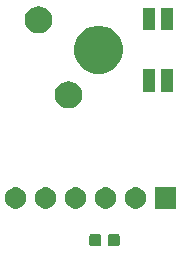
<source format=gbr>
G04 #@! TF.GenerationSoftware,KiCad,Pcbnew,(5.1.5-0-10_14)*
G04 #@! TF.CreationDate,2020-01-26T21:02:46+01:00*
G04 #@! TF.ProjectId,Cherry MX Breakout Board (Mill-Max-7305),43686572-7279-4204-9d58-20427265616b,v1*
G04 #@! TF.SameCoordinates,Original*
G04 #@! TF.FileFunction,Soldermask,Bot*
G04 #@! TF.FilePolarity,Negative*
%FSLAX46Y46*%
G04 Gerber Fmt 4.6, Leading zero omitted, Abs format (unit mm)*
G04 Created by KiCad (PCBNEW (5.1.5-0-10_14)) date 2020-01-26 21:02:46*
%MOMM*%
%LPD*%
G04 APERTURE LIST*
%ADD10C,0.100000*%
G04 APERTURE END LIST*
D10*
G36*
X155049591Y-120998085D02*
G01*
X155083569Y-121008393D01*
X155114890Y-121025134D01*
X155142339Y-121047661D01*
X155164866Y-121075110D01*
X155181607Y-121106431D01*
X155191915Y-121140409D01*
X155196000Y-121181890D01*
X155196000Y-121858110D01*
X155191915Y-121899591D01*
X155181607Y-121933569D01*
X155164866Y-121964890D01*
X155142339Y-121992339D01*
X155114890Y-122014866D01*
X155083569Y-122031607D01*
X155049591Y-122041915D01*
X155008110Y-122046000D01*
X154406890Y-122046000D01*
X154365409Y-122041915D01*
X154331431Y-122031607D01*
X154300110Y-122014866D01*
X154272661Y-121992339D01*
X154250134Y-121964890D01*
X154233393Y-121933569D01*
X154223085Y-121899591D01*
X154219000Y-121858110D01*
X154219000Y-121181890D01*
X154223085Y-121140409D01*
X154233393Y-121106431D01*
X154250134Y-121075110D01*
X154272661Y-121047661D01*
X154300110Y-121025134D01*
X154331431Y-121008393D01*
X154365409Y-120998085D01*
X154406890Y-120994000D01*
X155008110Y-120994000D01*
X155049591Y-120998085D01*
G37*
G36*
X153474591Y-120998085D02*
G01*
X153508569Y-121008393D01*
X153539890Y-121025134D01*
X153567339Y-121047661D01*
X153589866Y-121075110D01*
X153606607Y-121106431D01*
X153616915Y-121140409D01*
X153621000Y-121181890D01*
X153621000Y-121858110D01*
X153616915Y-121899591D01*
X153606607Y-121933569D01*
X153589866Y-121964890D01*
X153567339Y-121992339D01*
X153539890Y-122014866D01*
X153508569Y-122031607D01*
X153474591Y-122041915D01*
X153433110Y-122046000D01*
X152831890Y-122046000D01*
X152790409Y-122041915D01*
X152756431Y-122031607D01*
X152725110Y-122014866D01*
X152697661Y-121992339D01*
X152675134Y-121964890D01*
X152658393Y-121933569D01*
X152648085Y-121899591D01*
X152644000Y-121858110D01*
X152644000Y-121181890D01*
X152648085Y-121140409D01*
X152658393Y-121106431D01*
X152675134Y-121075110D01*
X152697661Y-121047661D01*
X152725110Y-121025134D01*
X152756431Y-121008393D01*
X152790409Y-120998085D01*
X152831890Y-120994000D01*
X153433110Y-120994000D01*
X153474591Y-120998085D01*
G37*
G36*
X159993000Y-118847000D02*
G01*
X158191000Y-118847000D01*
X158191000Y-117045000D01*
X159993000Y-117045000D01*
X159993000Y-118847000D01*
G37*
G36*
X156665512Y-117049927D02*
G01*
X156814812Y-117079624D01*
X156978784Y-117147544D01*
X157126354Y-117246147D01*
X157251853Y-117371646D01*
X157350456Y-117519216D01*
X157418376Y-117683188D01*
X157453000Y-117857259D01*
X157453000Y-118034741D01*
X157418376Y-118208812D01*
X157350456Y-118372784D01*
X157251853Y-118520354D01*
X157126354Y-118645853D01*
X156978784Y-118744456D01*
X156814812Y-118812376D01*
X156665512Y-118842073D01*
X156640742Y-118847000D01*
X156463258Y-118847000D01*
X156438488Y-118842073D01*
X156289188Y-118812376D01*
X156125216Y-118744456D01*
X155977646Y-118645853D01*
X155852147Y-118520354D01*
X155753544Y-118372784D01*
X155685624Y-118208812D01*
X155651000Y-118034741D01*
X155651000Y-117857259D01*
X155685624Y-117683188D01*
X155753544Y-117519216D01*
X155852147Y-117371646D01*
X155977646Y-117246147D01*
X156125216Y-117147544D01*
X156289188Y-117079624D01*
X156438488Y-117049927D01*
X156463258Y-117045000D01*
X156640742Y-117045000D01*
X156665512Y-117049927D01*
G37*
G36*
X154125512Y-117049927D02*
G01*
X154274812Y-117079624D01*
X154438784Y-117147544D01*
X154586354Y-117246147D01*
X154711853Y-117371646D01*
X154810456Y-117519216D01*
X154878376Y-117683188D01*
X154913000Y-117857259D01*
X154913000Y-118034741D01*
X154878376Y-118208812D01*
X154810456Y-118372784D01*
X154711853Y-118520354D01*
X154586354Y-118645853D01*
X154438784Y-118744456D01*
X154274812Y-118812376D01*
X154125512Y-118842073D01*
X154100742Y-118847000D01*
X153923258Y-118847000D01*
X153898488Y-118842073D01*
X153749188Y-118812376D01*
X153585216Y-118744456D01*
X153437646Y-118645853D01*
X153312147Y-118520354D01*
X153213544Y-118372784D01*
X153145624Y-118208812D01*
X153111000Y-118034741D01*
X153111000Y-117857259D01*
X153145624Y-117683188D01*
X153213544Y-117519216D01*
X153312147Y-117371646D01*
X153437646Y-117246147D01*
X153585216Y-117147544D01*
X153749188Y-117079624D01*
X153898488Y-117049927D01*
X153923258Y-117045000D01*
X154100742Y-117045000D01*
X154125512Y-117049927D01*
G37*
G36*
X151585512Y-117049927D02*
G01*
X151734812Y-117079624D01*
X151898784Y-117147544D01*
X152046354Y-117246147D01*
X152171853Y-117371646D01*
X152270456Y-117519216D01*
X152338376Y-117683188D01*
X152373000Y-117857259D01*
X152373000Y-118034741D01*
X152338376Y-118208812D01*
X152270456Y-118372784D01*
X152171853Y-118520354D01*
X152046354Y-118645853D01*
X151898784Y-118744456D01*
X151734812Y-118812376D01*
X151585512Y-118842073D01*
X151560742Y-118847000D01*
X151383258Y-118847000D01*
X151358488Y-118842073D01*
X151209188Y-118812376D01*
X151045216Y-118744456D01*
X150897646Y-118645853D01*
X150772147Y-118520354D01*
X150673544Y-118372784D01*
X150605624Y-118208812D01*
X150571000Y-118034741D01*
X150571000Y-117857259D01*
X150605624Y-117683188D01*
X150673544Y-117519216D01*
X150772147Y-117371646D01*
X150897646Y-117246147D01*
X151045216Y-117147544D01*
X151209188Y-117079624D01*
X151358488Y-117049927D01*
X151383258Y-117045000D01*
X151560742Y-117045000D01*
X151585512Y-117049927D01*
G37*
G36*
X149045512Y-117049927D02*
G01*
X149194812Y-117079624D01*
X149358784Y-117147544D01*
X149506354Y-117246147D01*
X149631853Y-117371646D01*
X149730456Y-117519216D01*
X149798376Y-117683188D01*
X149833000Y-117857259D01*
X149833000Y-118034741D01*
X149798376Y-118208812D01*
X149730456Y-118372784D01*
X149631853Y-118520354D01*
X149506354Y-118645853D01*
X149358784Y-118744456D01*
X149194812Y-118812376D01*
X149045512Y-118842073D01*
X149020742Y-118847000D01*
X148843258Y-118847000D01*
X148818488Y-118842073D01*
X148669188Y-118812376D01*
X148505216Y-118744456D01*
X148357646Y-118645853D01*
X148232147Y-118520354D01*
X148133544Y-118372784D01*
X148065624Y-118208812D01*
X148031000Y-118034741D01*
X148031000Y-117857259D01*
X148065624Y-117683188D01*
X148133544Y-117519216D01*
X148232147Y-117371646D01*
X148357646Y-117246147D01*
X148505216Y-117147544D01*
X148669188Y-117079624D01*
X148818488Y-117049927D01*
X148843258Y-117045000D01*
X149020742Y-117045000D01*
X149045512Y-117049927D01*
G37*
G36*
X146505512Y-117049927D02*
G01*
X146654812Y-117079624D01*
X146818784Y-117147544D01*
X146966354Y-117246147D01*
X147091853Y-117371646D01*
X147190456Y-117519216D01*
X147258376Y-117683188D01*
X147293000Y-117857259D01*
X147293000Y-118034741D01*
X147258376Y-118208812D01*
X147190456Y-118372784D01*
X147091853Y-118520354D01*
X146966354Y-118645853D01*
X146818784Y-118744456D01*
X146654812Y-118812376D01*
X146505512Y-118842073D01*
X146480742Y-118847000D01*
X146303258Y-118847000D01*
X146278488Y-118842073D01*
X146129188Y-118812376D01*
X145965216Y-118744456D01*
X145817646Y-118645853D01*
X145692147Y-118520354D01*
X145593544Y-118372784D01*
X145525624Y-118208812D01*
X145491000Y-118034741D01*
X145491000Y-117857259D01*
X145525624Y-117683188D01*
X145593544Y-117519216D01*
X145692147Y-117371646D01*
X145817646Y-117246147D01*
X145965216Y-117147544D01*
X146129188Y-117079624D01*
X146278488Y-117049927D01*
X146303258Y-117045000D01*
X146480742Y-117045000D01*
X146505512Y-117049927D01*
G37*
G36*
X151100549Y-108091116D02*
G01*
X151211734Y-108113232D01*
X151421203Y-108199997D01*
X151609720Y-108325960D01*
X151770040Y-108486280D01*
X151896003Y-108674797D01*
X151982768Y-108884266D01*
X152027000Y-109106636D01*
X152027000Y-109333364D01*
X151982768Y-109555734D01*
X151896003Y-109765203D01*
X151770040Y-109953720D01*
X151609720Y-110114040D01*
X151421203Y-110240003D01*
X151211734Y-110326768D01*
X151100549Y-110348884D01*
X150989365Y-110371000D01*
X150762635Y-110371000D01*
X150651451Y-110348884D01*
X150540266Y-110326768D01*
X150330797Y-110240003D01*
X150142280Y-110114040D01*
X149981960Y-109953720D01*
X149855997Y-109765203D01*
X149769232Y-109555734D01*
X149725000Y-109333364D01*
X149725000Y-109106636D01*
X149769232Y-108884266D01*
X149855997Y-108674797D01*
X149981960Y-108486280D01*
X150142280Y-108325960D01*
X150330797Y-108199997D01*
X150540266Y-108113232D01*
X150651451Y-108091116D01*
X150762635Y-108069000D01*
X150989365Y-108069000D01*
X151100549Y-108091116D01*
G37*
G36*
X159717000Y-108961000D02*
G01*
X158715000Y-108961000D01*
X158715000Y-107059000D01*
X159717000Y-107059000D01*
X159717000Y-108961000D01*
G37*
G36*
X158217000Y-108961000D02*
G01*
X157215000Y-108961000D01*
X157215000Y-107059000D01*
X158217000Y-107059000D01*
X158217000Y-108961000D01*
G37*
G36*
X154014254Y-103437818D02*
G01*
X154387511Y-103592426D01*
X154387513Y-103592427D01*
X154723436Y-103816884D01*
X155009116Y-104102564D01*
X155233574Y-104438489D01*
X155388182Y-104811746D01*
X155467000Y-105207993D01*
X155467000Y-105612007D01*
X155388182Y-106008254D01*
X155233574Y-106381511D01*
X155233573Y-106381513D01*
X155009116Y-106717436D01*
X154723436Y-107003116D01*
X154387513Y-107227573D01*
X154387512Y-107227574D01*
X154387511Y-107227574D01*
X154014254Y-107382182D01*
X153618007Y-107461000D01*
X153213993Y-107461000D01*
X152817746Y-107382182D01*
X152444489Y-107227574D01*
X152444488Y-107227574D01*
X152444487Y-107227573D01*
X152108564Y-107003116D01*
X151822884Y-106717436D01*
X151598427Y-106381513D01*
X151598426Y-106381511D01*
X151443818Y-106008254D01*
X151365000Y-105612007D01*
X151365000Y-105207993D01*
X151443818Y-104811746D01*
X151598426Y-104438489D01*
X151822884Y-104102564D01*
X152108564Y-103816884D01*
X152444487Y-103592427D01*
X152444489Y-103592426D01*
X152817746Y-103437818D01*
X153213993Y-103359000D01*
X153618007Y-103359000D01*
X154014254Y-103437818D01*
G37*
G36*
X148560549Y-101741116D02*
G01*
X148671734Y-101763232D01*
X148881203Y-101849997D01*
X149069720Y-101975960D01*
X149230040Y-102136280D01*
X149356003Y-102324797D01*
X149442768Y-102534266D01*
X149487000Y-102756636D01*
X149487000Y-102983364D01*
X149442768Y-103205734D01*
X149356003Y-103415203D01*
X149230040Y-103603720D01*
X149069720Y-103764040D01*
X148881203Y-103890003D01*
X148671734Y-103976768D01*
X148560549Y-103998884D01*
X148449365Y-104021000D01*
X148222635Y-104021000D01*
X148111451Y-103998884D01*
X148000266Y-103976768D01*
X147790797Y-103890003D01*
X147602280Y-103764040D01*
X147441960Y-103603720D01*
X147315997Y-103415203D01*
X147229232Y-103205734D01*
X147185000Y-102983364D01*
X147185000Y-102756636D01*
X147229232Y-102534266D01*
X147315997Y-102324797D01*
X147441960Y-102136280D01*
X147602280Y-101975960D01*
X147790797Y-101849997D01*
X148000266Y-101763232D01*
X148111451Y-101741116D01*
X148222635Y-101719000D01*
X148449365Y-101719000D01*
X148560549Y-101741116D01*
G37*
G36*
X159717000Y-103761000D02*
G01*
X158715000Y-103761000D01*
X158715000Y-101859000D01*
X159717000Y-101859000D01*
X159717000Y-103761000D01*
G37*
G36*
X158217000Y-103761000D02*
G01*
X157215000Y-103761000D01*
X157215000Y-101859000D01*
X158217000Y-101859000D01*
X158217000Y-103761000D01*
G37*
M02*

</source>
